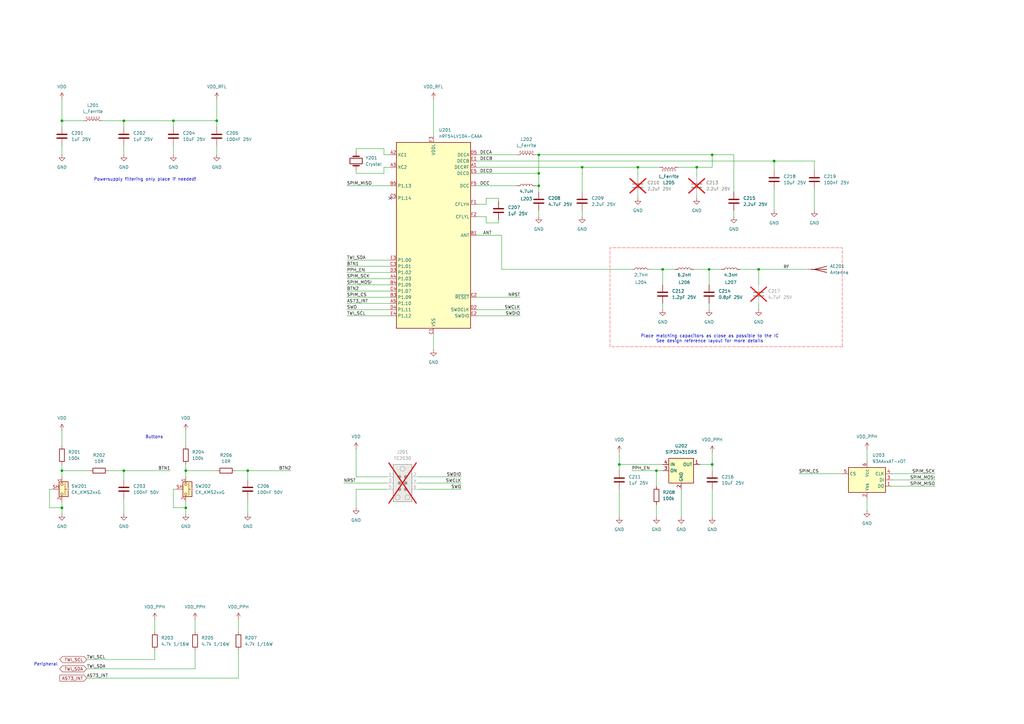
<source format=kicad_sch>
(kicad_sch (version 20250114) (generator "eeschema") (generator_version "9.0")
  (paper "A3")
  (title_block (title "Microcontroller") (date "2025-12-28") (rev "a") (company "Perillion Labs"))
  (lib_symbols
    (symbol "Connector:TC2030" (in_bom no)
      (property "Reference" "J" (at 1.27 8.89 0))
      (property "Value" "TC2030" (at 1.27 -8.89 0))
      (symbol "TC2030_1_1"
        (rectangle (start -2.54 7.62) (end 5.08 -7.62) (stroke (width 0.254)) (fill (type background)))
        (circle (center -0.762 -5.842) (radius 1.016))
        (circle (center 0 2.54) (radius 0.635) (fill (type outline)))
        (circle (center 0 0) (radius 0.635) (fill (type outline)))
        (circle (center 0 -2.54) (radius 0.635) (fill (type outline)))
        (circle (center 1.27 5.842) (radius 1.016))
        (circle (center 2.54 2.54) (radius 0.635) (fill (type outline)))
        (circle (center 2.54 0) (radius 0.635) (fill (type outline)))
        (circle (center 2.54 -2.54) (radius 0.635) (fill (type outline)))
        (circle (center 3.302 -5.842) (radius 1.016))
        (pin passive line (at -5.08 2.54 0) (length 2.54) (name "~") (number "1"))
        (pin passive line (at -5.08 0 0) (length 2.54) (name "~") (number "3"))
        (pin passive line (at -5.08 -2.54 0) (length 2.54) (name "~") (number "5"))
        (pin passive line (at 7.62 2.54 180) (length 2.54) (name "~") (number "2"))
        (pin passive line (at 7.62 0 180) (length 2.54) (name "~") (number "4"))
        (pin passive line (at 7.62 -2.54 180) (length 2.54) (name "~") (number "6"))
      )
    )
    (symbol "Device:Antenna" (pin_numbers (hide yes)) (pin_names (offset 1.016) (hide yes))
      (property "Reference" "AE" (at -1.905 1.905 0))
      (property "Value" "Antenna" (at -1.905 0 0))
      (symbol "Antenna_0_1"
        (polyline (pts (xy 0 2.54) (xy 0 -3.81)) (stroke (width 0.254)))
        (polyline (pts (xy 1.27 2.54) (xy 0 -2.54) (xy -1.27 2.54)) (stroke (width 0.254)))
      )
      (symbol "Antenna_1_1"
        (pin input line (at 0 -5.08 90) (length 2.54) (name "A") (number "1"))
      )
    )
    (symbol "Device:C" (pin_numbers (hide yes)) (pin_names (offset 0.254))
      (property "Reference" "C" (at 0.635 2.54 0))
      (property "Value" "C" (at 0.635 -2.54 0))
      (symbol "C_0_1"
        (polyline (pts (xy -2.032 0.762) (xy 2.032 0.762)) (stroke (width 0.508)))
        (polyline (pts (xy -2.032 -0.762) (xy 2.032 -0.762)) (stroke (width 0.508)))
      )
      (symbol "C_1_1"
        (pin passive line (at 0 3.81 270) (length 2.794) (name "~") (number "1"))
        (pin passive line (at 0 -3.81 90) (length 2.794) (name "~") (number "2"))
      )
    )
    (symbol "Device:Crystal" (pin_numbers (hide yes)) (pin_names (offset 1.016) (hide yes))
      (property "Reference" "Y" (at 0 3.81 0))
      (property "Value" "Crystal" (at 0 -3.81 0))
      (symbol "Crystal_0_1"
        (polyline (pts (xy -2.54 0) (xy -1.905 0)))
        (polyline (pts (xy -1.905 -1.27) (xy -1.905 1.27)) (stroke (width 0.508)))
        (rectangle (start -1.143 2.54) (end 1.143 -2.54) (stroke (width 0.3048)))
        (polyline (pts (xy 1.905 -1.27) (xy 1.905 1.27)) (stroke (width 0.508)))
        (polyline (pts (xy 2.54 0) (xy 1.905 0)))
      )
      (symbol "Crystal_1_1"
        (pin passive line (at -3.81 0 0) (length 1.27) (name "1") (number "1"))
        (pin passive line (at 3.81 0 180) (length 1.27) (name "2") (number "2"))
      )
    )
    (symbol "Device:L" (pin_numbers (hide yes)) (pin_names (offset 1.016) (hide yes))
      (property "Reference" "L" (at -1.27 0 90))
      (property "Value" "L" (at 1.905 0 90))
      (symbol "L_0_1"
        (arc (start 0 2.54) (mid 0.6323 1.905) (end 0 1.27))
        (arc (start 0 1.27) (mid 0.6323 0.635) (end 0 0))
        (arc (start 0 0) (mid 0.6323 -0.635) (end 0 -1.27))
        (arc (start 0 -1.27) (mid 0.6323 -1.905) (end 0 -2.54))
      )
      (symbol "L_1_1"
        (pin passive line (at 0 3.81 270) (length 1.27) (name "1") (number "1"))
        (pin passive line (at 0 -3.81 90) (length 1.27) (name "2") (number "2"))
      )
    )
    (symbol "Device:L_Ferrite" (pin_numbers (hide yes)) (pin_names (offset 1.016) (hide yes))
      (property "Reference" "L" (at -1.27 0 90))
      (property "Value" "L_Ferrite" (at 2.794 0 90))
      (symbol "L_Ferrite_0_1"
        (arc (start 0 2.54) (mid 0.6323 1.905) (end 0 1.27))
        (arc (start 0 1.27) (mid 0.6323 0.635) (end 0 0))
        (arc (start 0 0) (mid 0.6323 -0.635) (end 0 -1.27))
        (arc (start 0 -1.27) (mid 0.6323 -1.905) (end 0 -2.54))
        (polyline (pts (xy 1.016 2.286) (xy 1.016 2.794)))
        (polyline (pts (xy 1.016 1.27) (xy 1.016 1.778)))
        (polyline (pts (xy 1.016 0.254) (xy 1.016 0.762)))
        (polyline (pts (xy 1.016 -0.762) (xy 1.016 -0.254)))
        (polyline (pts (xy 1.016 -1.778) (xy 1.016 -1.27)))
        (polyline (pts (xy 1.016 -2.794) (xy 1.016 -2.286)))
        (polyline (pts (xy 1.524 2.794) (xy 1.524 2.286)))
        (polyline (pts (xy 1.524 1.778) (xy 1.524 1.27)))
        (polyline (pts (xy 1.524 0.762) (xy 1.524 0.254)))
        (polyline (pts (xy 1.524 -0.254) (xy 1.524 -0.762)))
        (polyline (pts (xy 1.524 -1.27) (xy 1.524 -1.778)))
        (polyline (pts (xy 1.524 -2.286) (xy 1.524 -2.794)))
      )
      (symbol "L_Ferrite_1_1"
        (pin passive line (at 0 3.81 270) (length 1.27) (name "1") (number "1"))
        (pin passive line (at 0 -3.81 90) (length 1.27) (name "2") (number "2"))
      )
    )
    (symbol "Device:R" (pin_numbers (hide yes)) (pin_names (offset 0))
      (property "Reference" "R" (at 2.032 0 90))
      (property "Value" "R" (at 0 0 90))
      (symbol "R_0_1"
        (rectangle (start -1.016 -2.54) (end 1.016 2.54) (stroke (width 0.254)))
      )
      (symbol "R_1_1"
        (pin passive line (at 0 3.81 270) (length 1.27) (name "~") (number "1"))
        (pin passive line (at 0 -3.81 90) (length 1.27) (name "~") (number "2"))
      )
    )
    (symbol "Memory_EEPROM:93AAxxAT-xOT"
      (property "Reference" "U" (at -7.62 6.35 0))
      (property "Value" "93AAxxAT-xOT" (at 1.27 6.35 0))
      (symbol "93AAxxAT-xOT_1_1"
        (rectangle (start -7.62 5.08) (end 7.62 -5.08) (stroke (width 0.254)) (fill (type background)))
        (pin input line (at -10.16 2.54 0) (length 2.54) (name "CS") (number "5"))
        (pin power_in line (at 0 7.62 270) (length 2.54) (name "Vcc") (number "6"))
        (pin power_in line (at 0 -7.62 90) (length 2.54) (name "Vss") (number "2"))
        (pin input line (at 10.16 2.54 180) (length 2.54) (name "CLK") (number "4"))
        (pin input line (at 10.16 0 180) (length 2.54) (name "DI") (number "3"))
        (pin tri_state line (at 10.16 -2.54 180) (length 2.54) (name "DO") (number "1"))
      )
    )
    (symbol "PCM_nordic-lib-kicad-nrf54l:nRF54LV10A-CAAA"
      (property "Reference" "U" (at 0 0 0))
      (property "Value" "nRF54LV10A-CAAA" (at 0 -2.54 0))
      (symbol "nRF54LV10A-CAAA_1_0"
        (rectangle (start -15.24 38.1) (end 15.24 -38.1) (stroke (width 0.254)) (fill (type background)))
        (pin bidirectional line (at -17.78 33.02 0) (length 2.54) (name "XC1") (number "A2"))
        (pin bidirectional line (at -17.78 27.94 0) (length 2.54) (name "XC2") (number "A3"))
        (pin bidirectional line (at -17.78 20.32 0) (length 2.54) (name "P1.13") (number "B5"))
        (pin bidirectional line (at -17.78 15.24 0) (length 2.54) (name "P1.14") (number "C5"))
        (pin bidirectional line (at -17.78 -10.16 0) (length 2.54) (name "P1.00") (number "E3"))
        (pin bidirectional line (at -17.78 -12.7 0) (length 2.54) (name "P1.01") (number "C3"))
        (pin bidirectional line (at -17.78 -15.24 0) (length 2.54) (name "P1.02") (number "D3"))
        (pin bidirectional line (at -17.78 -17.78 0) (length 2.54) (name "P1.03") (number "A4"))
        (pin bidirectional line (at -17.78 -20.32 0) (length 2.54) (name "P1.05") (number "B4"))
        (pin bidirectional line (at -17.78 -22.86 0) (length 2.54) (name "P1.07") (number "C4"))
        (pin bidirectional line (at -17.78 -25.4 0) (length 2.54) (name "P1.09") (number "B3"))
        (pin bidirectional line (at -17.78 -27.94 0) (length 2.54) (name "P1.10") (number "A5"))
        (pin bidirectional line (at -17.78 -30.48 0) (length 2.54) (name "P1.11") (number "D4"))
        (pin bidirectional line (at -17.78 -33.02 0) (length 2.54) (name "P1.12") (number "E4"))
        (pin power_in line (at 0 40.64 270) (length 2.54) (name "VDDL") (number "F3"))
        (pin power_in line (at 0 -40.64 90) (length 2.54) (name "VSS") (number "C1"))
        (pin passive line (at 0 -40.64 90) (length 2.54) (hide yes) (name "VSS") (number "D1"))
        (pin passive line (at 0 -40.64 90) (length 2.54) (hide yes) (name "VSS") (number "F4"))
        (pin passive line (at 17.78 33.02 180) (length 2.54) (name "DECA") (number "D5"))
        (pin passive line (at 17.78 30.48 180) (length 2.54) (name "DECB") (number "E1"))
        (pin passive line (at 17.78 27.94 180) (length 2.54) (name "DECRF") (number "A1"))
        (pin passive line (at 17.78 25.4 180) (length 2.54) (name "DECD") (number "E5"))
        (pin power_out line (at 17.78 20.32 180) (length 2.54) (name "DCC") (number "F5"))
        (pin passive line (at 17.78 12.7 180) (length 2.54) (name "CFLYH") (number "F1"))
        (pin passive line (at 17.78 7.62 180) (length 2.54) (name "CFLYL") (number "F2"))
        (pin bidirectional line (at 17.78 0 180) (length 2.54) (name "ANT") (number "B1"))
        (pin input line (at 17.78 -25.4 180) (length 2.54) (name "~{RESET}") (number "C2"))
        (pin input line (at 17.78 -30.48 180) (length 2.54) (name "SWDCLK") (number "D2"))
        (pin bidirectional line (at 17.78 -33.02 180) (length 2.54) (name "SWDIO") (number "E2"))
      )
    )
    (symbol "Power_Management:SiP32431DR3"
      (property "Reference" "U" (at 0 8.89 0))
      (property "Value" "SiP32431DR3" (at 0 6.35 0))
      (symbol "SiP32431DR3_0_1"
        (rectangle (start -5.08 5.08) (end 5.08 -5.08) (stroke (width 0.254)) (fill (type background)))
      )
      (symbol "SiP32431DR3_1_1"
        (pin passive line (at -7.62 2.54 0) (length 2.54) (name "IN") (number "4"))
        (pin input line (at -7.62 0 0) (length 2.54) (name "ON") (number "3"))
        (pin power_in line (at 0 -7.62 90) (length 2.54) (name "GND") (number "2"))
        (pin passive line (at 0 -7.62 90) (length 2.54) (hide yes) (name "GND") (number "5"))
        (pin no_connect line (at 5.08 0 180) (length 2.54) (hide yes) (name "NC") (number "6"))
        (pin passive line (at 7.62 2.54 180) (length 2.54) (name "OUT") (number "1"))
      )
    )
    (symbol "Switch:CK_KMS2xxG" (pin_names (offset 1.016) (hide yes))
      (property "Reference" "SW" (at 4.318 2.032 0))
      (property "Value" "CK_KMS2xxG" (at 0 4.572 0))
      (symbol "CK_KMS2xxG_0_1"
        (circle (center -2.032 0) (radius 0.508))
        (polyline (pts (xy 0 1.27) (xy 0 3.048)))
        (polyline (pts (xy 0.508 2.54) (xy 3.048 2.54) (xy 3.048 -1.143) (xy -3.048 -1.143) (xy -3.048 2.54) (xy -0.508 2.54)) (stroke (width -0.0254)))
        (polyline (pts (xy 0.508 2.54) (xy 3.048 2.54) (xy 3.048 -1.143) (xy -3.048 -1.143) (xy -3.048 2.54) (xy -0.508 2.54)) (stroke (width 0.254)))
        (circle (center 2.032 0) (radius 0.508))
        (polyline (pts (xy 2.54 1.27) (xy -2.54 1.27)))
        (pin passive line (at -5.08 0 0) (length 2.54) (name "1") (number "1"))
        (pin passive line (at 5.08 0 180) (length 2.54) (name "2") (number "2"))
      )
      (symbol "CK_KMS2xxG_1_1"
        (rectangle (start -3.048 2.54) (end 3.048 -1.27) (stroke (width -0.0254)) (fill (type background)))
        (pin passive line (at 0 -3.81 90) (length 2.54) (name "B") (number "SH"))
      )
    )
    (symbol "power:GND" (power) (pin_numbers (hide yes)) (pin_names (offset 0) (hide yes))
      (property "Value" "GND" (at 0 -3.81 0))
      (symbol "GND_0_1"
        (polyline (pts (xy 0 0) (xy 0 -1.27) (xy 1.27 -1.27) (xy 0 -2.54) (xy -1.27 -1.27) (xy 0 -1.27)))
      )
      (symbol "GND_1_1"
        (pin power_in line (at 0 0 270) (length 0) (name "~") (number "1"))
      )
    )
    (symbol "power:VDD" (power) (pin_numbers (hide yes)) (pin_names (offset 0) (hide yes))
      (property "Value" "VDD" (at 0 3.556 0))
      (symbol "VDD_0_1"
        (polyline (pts (xy -0.762 1.27) (xy 0 2.54)))
        (polyline (pts (xy 0 2.54) (xy 0.762 1.27)))
        (polyline (pts (xy 0 0) (xy 0 2.54)))
      )
      (symbol "VDD_1_1"
        (pin power_in line (at 0 0 90) (length 0) (name "~") (number "1"))
      )
    )
  )
  (text "Place matching capacitors as close as possible to the IC\nSee design reference layout for more details" (at 291.084 138.938 0) (effects (font (size 1.27 1.27))))
  (text "Powersupply filtering only place if needed!" (at 59.436 73.66 0) (effects (font (size 1.27 1.27))))
  (text "Peripheral" (at 18.796 272.542 0) (effects (font (size 1.27 1.27))))
  (text "Buttons" (at 63.246 179.324 0) (effects (font (size 1.27 1.27))))
  (junction (at 261.62 68.58))
  (junction (at 220.98 71.12))
  (junction (at 290.83 110.49))
  (junction (at 25.4 208.28))
  (junction (at 317.5 66.04))
  (junction (at 50.8 49.53))
  (junction (at 25.4 193.04))
  (junction (at 220.98 63.5))
  (junction (at 71.12 49.53))
  (junction (at 220.98 76.2))
  (junction (at 101.6 193.04))
  (junction (at 238.76 68.58))
  (junction (at 269.24 193.04))
  (junction (at 254 190.5))
  (junction (at 76.2 193.04))
  (junction (at 88.9 49.53))
  (junction (at 292.1 63.5))
  (junction (at 311.15 110.49))
  (junction (at 50.8 193.04))
  (junction (at 76.2 208.28))
  (junction (at 25.4 49.53))
  (junction (at 285.75 68.58))
  (junction (at 292.1 190.5))
  (junction (at 271.78 110.49))
  (no_connect (at 160.02 81.28))
  (wire (pts (xy 97.79 254) (xy 97.79 259.08)))
  (wire (pts (xy 157.48 68.58) (xy 157.48 71.12)))
  (wire (pts (xy 311.15 110.49) (xy 303.53 110.49)))
  (wire (pts (xy 76.2 205.74) (xy 76.2 208.28)))
  (wire (pts (xy 238.76 68.58) (xy 261.62 68.58)))
  (wire (pts (xy 292.1 185.42) (xy 292.1 190.5)))
  (wire (pts (xy 142.24 127) (xy 160.02 127)))
  (wire (pts (xy 44.45 193.04) (xy 50.8 193.04)))
  (wire (pts (xy 199.39 88.9) (xy 199.39 91.44)))
  (wire (pts (xy 157.48 63.5) (xy 157.48 60.96)))
  (wire (pts (xy 63.5 266.7) (xy 63.5 270.51)))
  (wire (pts (xy 97.79 266.7) (xy 97.79 278.13)))
  (wire (pts (xy 285.75 68.58) (xy 285.75 72.39)))
  (wire (pts (xy 142.24 76.2) (xy 160.02 76.2)))
  (wire (pts (xy 88.9 59.69) (xy 88.9 63.5)))
  (wire (pts (xy 71.12 49.53) (xy 88.9 49.53)))
  (wire (pts (xy 204.47 81.28) (xy 204.47 82.55)))
  (wire (pts (xy 327.66 194.31) (xy 345.44 194.31)))
  (wire (pts (xy 50.8 59.69) (xy 50.8 63.5)))
  (wire (pts (xy 71.12 200.66) (xy 71.12 208.28)))
  (wire (pts (xy 238.76 78.74) (xy 238.76 68.58)))
  (wire (pts (xy 195.58 129.54) (xy 213.36 129.54)))
  (wire (pts (xy 259.08 193.04) (xy 269.24 193.04)))
  (wire (pts (xy 142.24 129.54) (xy 160.02 129.54)))
  (wire (pts (xy 199.39 81.28) (xy 204.47 81.28)))
  (wire (pts (xy 195.58 71.12) (xy 220.98 71.12)))
  (wire (pts (xy 71.12 52.07) (xy 71.12 49.53)))
  (wire (pts (xy 50.8 193.04) (xy 69.85 193.04)))
  (wire (pts (xy 269.24 207.01) (xy 269.24 212.09)))
  (wire (pts (xy 292.1 68.58) (xy 292.1 63.5)))
  (wire (pts (xy 88.9 52.07) (xy 88.9 49.53)))
  (wire (pts (xy 271.78 110.49) (xy 271.78 116.84)))
  (wire (pts (xy 220.98 76.2) (xy 220.98 78.74)))
  (wire (pts (xy 300.99 63.5) (xy 292.1 63.5)))
  (wire (pts (xy 177.8 40.64) (xy 177.8 55.88)))
  (wire (pts (xy 290.83 110.49) (xy 290.83 116.84)))
  (wire (pts (xy 25.4 205.74) (xy 25.4 208.28)))
  (wire (pts (xy 300.99 86.36) (xy 300.99 88.9)))
  (wire (pts (xy 292.1 190.5) (xy 292.1 193.04)))
  (wire (pts (xy 25.4 190.5) (xy 25.4 193.04)))
  (wire (pts (xy 160.02 68.58) (xy 157.48 68.58)))
  (wire (pts (xy 76.2 176.53) (xy 76.2 182.88)))
  (wire (pts (xy 220.98 63.5) (xy 220.98 71.12)))
  (wire (pts (xy 160.02 63.5) (xy 157.48 63.5)))
  (wire (pts (xy 25.4 176.53) (xy 25.4 182.88)))
  (wire (pts (xy 266.7 110.49) (xy 271.78 110.49)))
  (wire (pts (xy 80.01 266.7) (xy 80.01 274.32)))
  (wire (pts (xy 20.32 208.28) (xy 25.4 208.28)))
  (wire (pts (xy 157.48 60.96) (xy 146.05 60.96)))
  (wire (pts (xy 219.71 63.5) (xy 220.98 63.5)))
  (wire (pts (xy 195.58 88.9) (xy 199.39 88.9)))
  (wire (pts (xy 317.5 66.04) (xy 317.5 69.85)))
  (wire (pts (xy 365.76 196.85) (xy 383.54 196.85)))
  (wire (pts (xy 365.76 194.31) (xy 383.54 194.31)))
  (wire (pts (xy 292.1 200.66) (xy 292.1 212.09)))
  (wire (pts (xy 205.74 110.49) (xy 259.08 110.49)))
  (wire (pts (xy 334.01 69.85) (xy 334.01 66.04)))
  (wire (pts (xy 205.74 96.52) (xy 205.74 110.49)))
  (wire (pts (xy 365.76 199.39) (xy 383.54 199.39)))
  (wire (pts (xy 71.12 208.28) (xy 76.2 208.28)))
  (wire (pts (xy 284.48 110.49) (xy 290.83 110.49)))
  (wire (pts (xy 355.6 184.15) (xy 355.6 189.23)))
  (wire (pts (xy 195.58 121.92) (xy 213.36 121.92)))
  (wire (pts (xy 157.48 71.12) (xy 146.05 71.12)))
  (wire (pts (xy 261.62 80.01) (xy 261.62 81.28)))
  (wire (pts (xy 311.15 110.49) (xy 331.47 110.49)))
  (wire (pts (xy 142.24 109.22) (xy 160.02 109.22)))
  (wire (pts (xy 146.05 60.96) (xy 146.05 62.23)))
  (wire (pts (xy 195.58 127) (xy 213.36 127)))
  (wire (pts (xy 142.24 116.84) (xy 160.02 116.84)))
  (wire (pts (xy 290.83 110.49) (xy 295.91 110.49)))
  (wire (pts (xy 199.39 91.44) (xy 204.47 91.44)))
  (wire (pts (xy 171.45 200.66) (xy 189.23 200.66)))
  (wire (pts (xy 25.4 193.04) (xy 25.4 195.58)))
  (wire (pts (xy 220.98 71.12) (xy 220.98 76.2)))
  (wire (pts (xy 290.83 127) (xy 290.83 124.46)))
  (wire (pts (xy 50.8 49.53) (xy 71.12 49.53)))
  (wire (pts (xy 238.76 68.58) (xy 195.58 68.58)))
  (wire (pts (xy 25.4 40.64) (xy 25.4 49.53)))
  (wire (pts (xy 195.58 66.04) (xy 317.5 66.04)))
  (wire (pts (xy 285.75 81.28) (xy 285.75 80.01)))
  (wire (pts (xy 311.15 116.84) (xy 311.15 110.49)))
  (wire (pts (xy 76.2 193.04) (xy 76.2 195.58)))
  (wire (pts (xy 101.6 193.04) (xy 119.38 193.04)))
  (wire (pts (xy 317.5 77.47) (xy 317.5 86.36)))
  (wire (pts (xy 76.2 190.5) (xy 76.2 193.04)))
  (wire (pts (xy 101.6 193.04) (xy 101.6 196.85)))
  (wire (pts (xy 195.58 96.52) (xy 205.74 96.52)))
  (wire (pts (xy 146.05 195.58) (xy 146.05 184.15)))
  (wire (pts (xy 71.12 59.69) (xy 71.12 63.5)))
  (wire (pts (xy 96.52 193.04) (xy 101.6 193.04)))
  (wire (pts (xy 35.56 278.13) (xy 97.79 278.13)))
  (wire (pts (xy 287.02 190.5) (xy 292.1 190.5)))
  (wire (pts (xy 25.4 193.04) (xy 36.83 193.04)))
  (wire (pts (xy 146.05 208.28) (xy 146.05 200.66)))
  (wire (pts (xy 261.62 68.58) (xy 270.51 68.58)))
  (wire (pts (xy 146.05 200.66) (xy 158.75 200.66)))
  (wire (pts (xy 50.8 52.07) (xy 50.8 49.53)))
  (wire (pts (xy 158.75 195.58) (xy 146.05 195.58)))
  (wire (pts (xy 199.39 83.82) (xy 199.39 81.28)))
  (wire (pts (xy 220.98 88.9) (xy 220.98 86.36)))
  (wire (pts (xy 254 190.5) (xy 271.78 190.5)))
  (wire (pts (xy 146.05 71.12) (xy 146.05 69.85)))
  (wire (pts (xy 271.78 110.49) (xy 276.86 110.49)))
  (wire (pts (xy 76.2 208.28) (xy 76.2 210.82)))
  (wire (pts (xy 271.78 127) (xy 271.78 124.46)))
  (wire (pts (xy 278.13 68.58) (xy 285.75 68.58)))
  (wire (pts (xy 269.24 193.04) (xy 271.78 193.04)))
  (wire (pts (xy 140.97 198.12) (xy 158.75 198.12)))
  (wire (pts (xy 142.24 124.46) (xy 160.02 124.46)))
  (wire (pts (xy 269.24 193.04) (xy 269.24 199.39)))
  (wire (pts (xy 219.71 76.2) (xy 220.98 76.2)))
  (wire (pts (xy 171.45 195.58) (xy 189.23 195.58)))
  (wire (pts (xy 254 185.42) (xy 254 190.5)))
  (wire (pts (xy 355.6 209.55) (xy 355.6 204.47)))
  (wire (pts (xy 20.32 200.66) (xy 20.32 208.28)))
  (wire (pts (xy 311.15 127) (xy 311.15 124.46)))
  (wire (pts (xy 76.2 193.04) (xy 88.9 193.04)))
  (wire (pts (xy 25.4 49.53) (xy 25.4 52.07)))
  (wire (pts (xy 50.8 193.04) (xy 50.8 196.85)))
  (wire (pts (xy 177.8 143.51) (xy 177.8 137.16)))
  (wire (pts (xy 21.59 200.66) (xy 20.32 200.66)))
  (wire (pts (xy 261.62 68.58) (xy 261.62 72.39)))
  (wire (pts (xy 142.24 106.68) (xy 160.02 106.68)))
  (wire (pts (xy 25.4 208.28) (xy 25.4 210.82)))
  (wire (pts (xy 142.24 121.92) (xy 160.02 121.92)))
  (wire (pts (xy 142.24 119.38) (xy 160.02 119.38)))
  (wire (pts (xy 34.29 49.53) (xy 25.4 49.53)))
  (wire (pts (xy 35.56 274.32) (xy 80.01 274.32)))
  (wire (pts (xy 238.76 86.36) (xy 238.76 88.9)))
  (wire (pts (xy 195.58 83.82) (xy 199.39 83.82)))
  (wire (pts (xy 254 193.04) (xy 254 190.5)))
  (wire (pts (xy 25.4 59.69) (xy 25.4 63.5)))
  (wire (pts (xy 171.45 198.12) (xy 189.23 198.12)))
  (wire (pts (xy 334.01 66.04) (xy 317.5 66.04)))
  (wire (pts (xy 195.58 76.2) (xy 212.09 76.2)))
  (wire (pts (xy 35.56 270.51) (xy 63.5 270.51)))
  (wire (pts (xy 80.01 254) (xy 80.01 259.08)))
  (wire (pts (xy 279.4 200.66) (xy 279.4 212.09)))
  (wire (pts (xy 50.8 204.47) (xy 50.8 210.82)))
  (wire (pts (xy 72.39 200.66) (xy 71.12 200.66)))
  (wire (pts (xy 204.47 90.17) (xy 204.47 91.44)))
  (wire (pts (xy 142.24 111.76) (xy 160.02 111.76)))
  (wire (pts (xy 101.6 204.47) (xy 101.6 210.82)))
  (wire (pts (xy 88.9 40.64) (xy 88.9 49.53)))
  (wire (pts (xy 50.8 49.53) (xy 41.91 49.53)))
  (wire (pts (xy 142.24 114.3) (xy 160.02 114.3)))
  (wire (pts (xy 195.58 63.5) (xy 212.09 63.5)))
  (wire (pts (xy 300.99 78.74) (xy 300.99 63.5)))
  (wire (pts (xy 334.01 77.47) (xy 334.01 86.36)))
  (wire (pts (xy 63.5 254) (xy 63.5 259.08)))
  (wire (pts (xy 254 200.66) (xy 254 212.09)))
  (wire (pts (xy 220.98 63.5) (xy 292.1 63.5)))
  (wire (pts (xy 285.75 68.58) (xy 292.1 68.58)))
  (label "SWDIO" (at 213.36 129.54 180))
  (label "PPH_EN" (at 259.08 193.04 0))
  (label "SWCLK" (at 189.23 198.12 180))
  (label "NRST" (at 140.97 198.12 0))
  (label "BTN2" (at 142.24 119.38 0))
  (label "AS73_INT" (at 142.24 124.46 0))
  (label "BTN1" (at 69.85 193.04 180))
  (label "SPIM_SCK" (at 142.24 114.3 0))
  (label "DCC" (at 196.85 76.2 0))
  (label "PPH_EN" (at 142.24 111.76 0))
  (label "SWCLK" (at 213.36 127 180))
  (label "TWI_SCL" (at 35.56 270.51 0))
  (label "BTN1" (at 142.24 109.22 0))
  (label "TWI_SDA" (at 142.24 106.68 0))
  (label "SPIM_CS" (at 142.24 121.92 0))
  (label "SWO" (at 189.23 200.66 180))
  (label "SPIM_CS" (at 327.66 194.31 0))
  (label "DECB" (at 196.85 66.04 0))
  (label "TWI_SCL" (at 142.24 129.54 0))
  (label "DECD" (at 196.85 71.12 0))
  (label "SWDIO" (at 189.23 195.58 180))
  (label "DECA" (at 196.85 63.5 0))
  (label "SPIM_MOSI" (at 142.24 116.84 0))
  (label "BTN2" (at 119.38 193.04 180))
  (label "NRST" (at 213.36 121.92 180))
  (label "SPIM_MOSI" (at 383.54 196.85 180))
  (label "SWO" (at 142.24 127 0))
  (label "ANT" (at 198.12 96.52 0))
  (label "SPIM_SCK" (at 383.54 194.31 180))
  (label "SPIM_MISO" (at 383.54 199.39 180))
  (label "RF" (at 321.31 110.49 0))
  (label "SPIM_MISO" (at 142.24 76.2 0))
  (label "AS73_INT" (at 35.56 278.13 0))
  (label "TWI_SDA" (at 35.56 274.32 0))
  (global_label "TWI_SCL" (shape bidirectional) (at 35.56 270.51 180) (property "Intersheetrefs" "${INTERSHEET_REFS}" (effects (hide yes))))
  (global_label "TWI_SDA" (shape bidirectional) (at 35.56 274.32 180) (property "Intersheetrefs" "${INTERSHEET_REFS}" (effects (hide yes))))
  (global_label "AS73_INT" (shape input) (at 35.56 278.13 180) (property "Intersheetrefs" "${INTERSHEET_REFS}" (effects (hide yes))))
  (rule_area (polyline (pts (xy 345.44 142.24) (xy 345.44 101.6) (xy 250.19 101.6) (xy 250.19 142.24)) (stroke (width 0.127) (type dash))))
  (symbol (lib_id "power:GND") (at 177.8 143.51 0) (unit 1)
    (property "Reference" "#PWR0219" (effects (hide yes)))
    (property "Value" "GND" (at 177.8 148.59 0))
    (property "Description" "Power symbol creates a global label with name \"GND\" , ground" (effects (hide yes)))
  )
  (symbol (lib_id "Device:C") (at 317.5 73.66 0) (unit 1)
    (property "Reference" "C218" (at 321.31 72.3899 0) (effects (justify left)))
    (property "Value" "10uF 25V" (at 321.31 74.9299 0) (effects (justify left)))
    (property "Footprint" "Capacitor_SMD:C_0603_1608Metric" (effects (hide yes)))
    (property "Description" "Unpolarized capacitor" (effects (hide yes)))
  )
  (symbol (lib_id "Device:L") (at 280.67 110.49 90) (unit 1)
    (property "Reference" "L206" (at 280.67 115.824 90))
    (property "Value" "6.2nH" (at 280.67 112.776 90))
    (property "Footprint" "Inductor_SMD:L_0402_1005Metric" (effects (hide yes)))
    (property "Description" "Inductor" (effects (hide yes)))
  )
  (symbol (lib_id "power:GND") (at 76.2 210.82 0) (unit 1)
    (property "Reference" "#PWR0210" (effects (hide yes)))
    (property "Value" "GND" (at 76.2 215.9 0))
    (property "Description" "Power symbol creates a global label with name \"GND\" , ground" (effects (hide yes)))
  )
  (symbol (lib_id "Connector:TC2030") (at 163.83 198.12 0) (unit 1) (in_bom no) (dnp yes)
    (property "Reference" "J201" (at 165.1 185.42 0))
    (property "Value" "TC2030" (at 165.1 187.96 0))
    (property "Footprint" "Connector:Tag-Connect_TC2030-IDC-NL_2x03_P1.27mm_Vertical" (effects (hide yes)))
    (property "Datasheet" "https://www.tag-connect.com/wp-content/uploads/bsk-pdf-manager/2019/12/TC2030-IDC-NL-Datasheet-Rev-B.pdf" (effects (hide yes)))
    (property "Description" "Tag-Connect’s 6-pins connector" (effects (hide yes)))
  )
  (symbol (lib_id "Device:Antenna") (at 336.55 110.49 270) (unit 1)
    (property "Reference" "AE201" (at 340.36 109.2199 90) (effects (justify left)))
    (property "Value" "Antenna" (at 340.36 111.7599 90) (effects (justify left)))
    (property "Footprint" "RF_Antenna:Texas_SWRA117D_2.4GHz_Left" (effects (hide yes)))
    (property "Description" "Antenna" (effects (hide yes)))
  )
  (symbol (lib_id "Device:C") (at 271.78 120.65 0) (unit 1)
    (property "Reference" "C212" (at 275.59 119.3799 0) (effects (justify left)))
    (property "Value" "1.2pF 25V" (at 275.59 121.9199 0) (effects (justify left)))
    (property "Footprint" "Capacitor_SMD:C_0402_1005Metric" (effects (hide yes)))
    (property "Description" "Unpolarized capacitor" (effects (hide yes)))
  )
  (symbol (lib_id "Device:C") (at 292.1 196.85 0) (unit 1)
    (property "Reference" "C216" (at 295.91 195.5799 0) (effects (justify left)))
    (property "Value" "10uF 25V" (at 295.91 198.1199 0) (effects (justify left)))
    (property "Footprint" "Capacitor_SMD:C_0603_1608Metric" (effects (hide yes)))
    (property "Description" "Unpolarized capacitor" (effects (hide yes)))
  )
  (symbol (lib_id "Device:C") (at 25.4 55.88 0) (unit 1)
    (property "Reference" "C201" (at 29.21 54.6099 0) (effects (justify left)))
    (property "Value" "1uF 25V" (at 29.21 57.1499 0) (effects (justify left)))
    (property "Footprint" "Capacitor_SMD:C_0603_1608Metric" (effects (hide yes)))
    (property "Description" "Unpolarized capacitor" (effects (hide yes)))
  )
  (symbol (lib_id "power:VDD") (at 292.1 185.42 0) (unit 1)
    (property "Reference" "#PWR0231" (effects (hide yes)))
    (property "Value" "VDD_PPH" (at 292.1 180.34 0))
    (property "Description" "Power symbol creates a global label with name \"VDD\"" (effects (hide yes)))
  )
  (symbol (lib_id "Device:R") (at 92.71 193.04 90) (unit 1)
    (property "Reference" "R206" (at 92.71 186.69 90))
    (property "Value" "10R" (at 92.71 189.23 90))
    (property "Footprint" "Resistor_SMD:R_01005_0402Metric" (effects (hide yes)))
    (property "Description" "Resistor" (effects (hide yes)))
  )
  (symbol (lib_id "power:VDD") (at 146.05 184.15 0) (unit 1)
    (property "Reference" "#PWR0216" (effects (hide yes)))
    (property "Value" "VDD" (at 146.05 179.07 0))
    (property "Description" "Power symbol creates a global label with name \"VDD\"" (effects (hide yes)))
  )
  (symbol (lib_id "Device:C") (at 334.01 73.66 0) (unit 1)
    (property "Reference" "C219" (at 337.82 72.3899 0) (effects (justify left)))
    (property "Value" "100nF 25V" (at 337.82 74.9299 0) (effects (justify left)))
    (property "Footprint" "Capacitor_SMD:C_0402_1005Metric" (effects (hide yes)))
    (property "Description" "Unpolarized capacitor" (effects (hide yes)))
  )
  (symbol (lib_id "power:GND") (at 25.4 210.82 0) (unit 1)
    (property "Reference" "#PWR0204" (effects (hide yes)))
    (property "Value" "GND" (at 25.4 215.9 0))
    (property "Description" "Power symbol creates a global label with name \"GND\" , ground" (effects (hide yes)))
  )
  (symbol (lib_id "Device:C") (at 220.98 82.55 0) (unit 1)
    (property "Reference" "C208" (at 224.79 81.2799 0) (effects (justify left)))
    (property "Value" "4.7uF 25V" (at 224.79 83.8199 0) (effects (justify left)))
    (property "Footprint" "Capacitor_SMD:C_0603_1608Metric" (effects (hide yes)))
    (property "Description" "Unpolarized capacitor" (effects (hide yes)))
  )
  (symbol (lib_id "Device:C") (at 50.8 200.66 0) (unit 1)
    (property "Reference" "C203" (at 54.61 199.3899 0) (effects (justify left)))
    (property "Value" "100nF 50V" (at 54.61 201.9299 0) (effects (justify left)))
    (property "Footprint" "Capacitor_SMD:C_0402_1005Metric" (effects (hide yes)))
    (property "Description" "Unpolarized capacitor" (effects (hide yes)))
  )
  (symbol (lib_id "power:VDD") (at 76.2 176.53 0) (unit 1)
    (property "Reference" "#PWR0209" (effects (hide yes)))
    (property "Value" "VDD" (at 76.2 171.45 0))
    (property "Description" "Power symbol creates a global label with name \"VDD\"" (effects (hide yes)))
  )
  (symbol (lib_id "power:GND") (at 292.1 212.09 0) (unit 1)
    (property "Reference" "#PWR0232" (effects (hide yes)))
    (property "Value" "GND" (at 292.1 217.17 0))
    (property "Description" "Power symbol creates a global label with name \"GND\" , ground" (effects (hide yes)))
  )
  (symbol (lib_id "Device:C") (at 71.12 55.88 0) (unit 1)
    (property "Reference" "C204" (at 74.93 54.6099 0) (effects (justify left)))
    (property "Value" "10uF 25V" (at 74.93 57.1499 0) (effects (justify left)))
    (property "Footprint" "Capacitor_SMD:C_0603_1608Metric" (effects (hide yes)))
    (property "Description" "Unpolarized capacitor" (effects (hide yes)))
  )
  (symbol (lib_id "power:GND") (at 88.9 63.5 0) (unit 1)
    (property "Reference" "#PWR0213" (effects (hide yes)))
    (property "Value" "GND" (at 88.9 68.58 0))
    (property "Description" "Power symbol creates a global label with name \"GND\" , ground" (effects (hide yes)))
  )
  (symbol (lib_id "power:GND") (at 238.76 88.9 0) (unit 1)
    (property "Reference" "#PWR0221" (effects (hide yes)))
    (property "Value" "GND" (at 238.76 93.98 0))
    (property "Description" "Power symbol creates a global label with name \"GND\" , ground" (effects (hide yes)))
  )
  (symbol (lib_id "power:VDD") (at 80.01 254 0) (unit 1)
    (property "Reference" "#PWR0211" (effects (hide yes)))
    (property "Value" "VDD_PPH" (at 80.01 248.92 0))
    (property "Description" "Power symbol creates a global label with name \"VDD\"" (effects (hide yes)))
  )
  (symbol (lib_id "Device:C") (at 101.6 200.66 0) (unit 1)
    (property "Reference" "C206" (at 105.41 199.3899 0) (effects (justify left)))
    (property "Value" "100nF 50V" (at 105.41 201.9299 0) (effects (justify left)))
    (property "Footprint" "Capacitor_SMD:C_0402_1005Metric" (effects (hide yes)))
    (property "Description" "Unpolarized capacitor" (effects (hide yes)))
  )
  (symbol (lib_id "power:GND") (at 285.75 81.28 0) (unit 1)
    (property "Reference" "#PWR0227" (effects (hide yes)))
    (property "Value" "GND" (at 285.75 86.36 0))
    (property "Description" "Power symbol creates a global label with name \"GND\" , ground" (effects (hide yes)))
  )
  (symbol (lib_id "PCM_nordic-lib-kicad-nrf54l:nRF54LV10A-CAAA") (at 177.8 96.52 0) (unit 1)
    (property "Reference" "U201" (at 179.9433 53.34 0) (effects (justify left)))
    (property "Value" "nRF54LV10A-CAAA" (at 179.9433 55.88 0) (effects (justify left)))
    (property "Footprint" "PCM_nordic-lib-kicad-nrf54l:Nordic_CSP-29_1.9268x2.2893mm_Layout5x6_P0.35mm_Offcenter" (effects (hide yes)))
    (property "Datasheet" "https://docs.nordicsemi.com/bundle/ps_nrf54LV10/page/keyfeatures_html5.html" (effects (hide yes)))
    (property "Description" "nRF54LV Ultra-low power Bluetooth 5.4 SoC, 1.5V-3.6V, CSP29" (effects (hide yes)))
  )
  (symbol (lib_id "Device:C") (at 261.62 76.2 0) (unit 1) (dnp yes)
    (property "Reference" "C210" (at 265.43 74.9299 0) (effects (justify left)))
    (property "Value" "2.2uF 25V" (at 265.43 77.4699 0) (effects (justify left)))
    (property "Footprint" "Capacitor_SMD:C_0402_1005Metric" (effects (hide yes)))
    (property "Description" "Unpolarized capacitor" (effects (hide yes)))
  )
  (symbol (lib_id "Device:R") (at 63.5 262.89 0) (unit 1)
    (property "Reference" "R203" (at 66.04 261.6199 0) (effects (justify left)))
    (property "Value" "4.7k 1/16W" (at 66.04 264.1599 0) (effects (justify left)))
    (property "Footprint" "Resistor_SMD:R_01005_0402Metric" (effects (hide yes)))
    (property "Description" "Resistor" (effects (hide yes)))
  )
  (symbol (lib_id "Device:C") (at 300.99 82.55 0) (unit 1)
    (property "Reference" "C215" (at 304.8 81.2799 0) (effects (justify left)))
    (property "Value" "2.2uF 25V" (at 304.8 83.8199 0) (effects (justify left)))
    (property "Footprint" "Capacitor_SMD:C_0402_1005Metric" (effects (hide yes)))
    (property "Description" "Unpolarized capacitor" (effects (hide yes)))
  )
  (symbol (lib_id "power:GND") (at 50.8 210.82 0) (unit 1)
    (property "Reference" "#PWR0206" (effects (hide yes)))
    (property "Value" "GND" (at 50.8 215.9 0))
    (property "Description" "Power symbol creates a global label with name \"GND\" , ground" (effects (hide yes)))
  )
  (symbol (lib_id "power:GND") (at 71.12 63.5 0) (unit 1)
    (property "Reference" "#PWR0208" (effects (hide yes)))
    (property "Value" "GND" (at 71.12 68.58 0))
    (property "Description" "Power symbol creates a global label with name \"GND\" , ground" (effects (hide yes)))
  )
  (symbol (lib_id "power:GND") (at 254 212.09 0) (unit 1)
    (property "Reference" "#PWR0224" (effects (hide yes)))
    (property "Value" "GND" (at 254 217.17 0))
    (property "Description" "Power symbol creates a global label with name \"GND\" , ground" (effects (hide yes)))
  )
  (symbol (lib_id "power:GND") (at 25.4 63.5 0) (unit 1)
    (property "Reference" "#PWR0202" (effects (hide yes)))
    (property "Value" "GND" (at 25.4 68.58 0))
    (property "Description" "Power symbol creates a global label with name \"GND\" , ground" (effects (hide yes)))
  )
  (symbol (lib_id "Device:R") (at 269.24 203.2 0) (unit 1)
    (property "Reference" "R208" (at 271.78 201.9299 0) (effects (justify left)))
    (property "Value" "100k" (at 271.78 204.4699 0) (effects (justify left)))
    (property "Footprint" "Resistor_SMD:R_01005_0402Metric" (effects (hide yes)))
    (property "Description" "Resistor" (effects (hide yes)))
  )
  (symbol (lib_id "Device:C") (at 311.15 120.65 0) (unit 1) (in_bom no) (dnp yes)
    (property "Reference" "C217" (at 314.96 119.3799 0) (effects (justify left)))
    (property "Value" "4.7uF 25V" (at 314.96 121.9199 0) (effects (justify left)))
    (property "Footprint" "Capacitor_SMD:C_0603_1608Metric" (effects (hide yes)))
    (property "Description" "Unpolarized capacitor" (effects (hide yes)))
  )
  (symbol (lib_id "Device:L_Ferrite") (at 274.32 68.58 90) (mirror x) (unit 1)
    (property "Reference" "L205" (at 274.32 74.93 90))
    (property "Value" "L_Ferrite" (at 274.32 72.39 90))
    (property "Footprint" "Inductor_SMD:L_0402_1005Metric" (effects (hide yes)))
    (property "Description" "Inductor with ferrite core" (effects (hide yes)))
  )
  (symbol (lib_id "Switch:CK_KMS2xxG") (at 25.4 200.66 270) (unit 1)
    (property "Reference" "SW201" (at 29.21 199.3899 90) (effects (justify left)))
    (property "Value" "CK_KMS2xxG" (at 29.21 201.9299 90) (effects (justify left)))
    (property "Footprint" "Button_Switch_SMD:SW_SPST_CK_KMS2xxGP" (effects (hide yes)))
    (property "Datasheet" "https://www.ckswitches.com/media/1482/kms.pdf" (effects (hide yes)))
    (property "Description" "Microminiature SMT Side Actuated, 4.2 x 2.8 x 1.42mm, without pegs, with shield pin" (effects (hide yes)))
  )
  (symbol (lib_id "power:VDD") (at 63.5 254 0) (unit 1)
    (property "Reference" "#PWR0207" (effects (hide yes)))
    (property "Value" "VDD_PPH" (at 63.5 248.92 0))
    (property "Description" "Power symbol creates a global label with name \"VDD\"" (effects (hide yes)))
  )
  (symbol (lib_id "power:GND") (at 317.5 86.36 0) (unit 1)
    (property "Reference" "#PWR0234" (effects (hide yes)))
    (property "Value" "GND" (at 317.5 91.44 0))
    (property "Description" "Power symbol creates a global label with name \"GND\" , ground" (effects (hide yes)))
  )
  (symbol (lib_id "power:GND") (at 220.98 88.9 0) (unit 1)
    (property "Reference" "#PWR0220" (effects (hide yes)))
    (property "Value" "GND" (at 220.98 93.98 0))
    (property "Description" "Power symbol creates a global label with name \"GND\" , ground" (effects (hide yes)))
  )
  (symbol (lib_id "Device:C") (at 238.76 82.55 0) (unit 1)
    (property "Reference" "C209" (at 242.57 81.2799 0) (effects (justify left)))
    (property "Value" "2.2uF 25V" (at 242.57 83.8199 0) (effects (justify left)))
    (property "Footprint" "Capacitor_SMD:C_0402_1005Metric" (effects (hide yes)))
    (property "Description" "Unpolarized capacitor" (effects (hide yes)))
  )
  (symbol (lib_id "Device:Crystal") (at 146.05 66.04 90) (unit 1)
    (property "Reference" "Y201" (at 149.86 64.7699 90) (effects (justify right)))
    (property "Value" "Crystal" (at 149.86 67.3099 90) (effects (justify right)))
    (property "Footprint" "Crystal:Crystal_SMD_0603-2Pin_6.0x3.5mm_HandSoldering" (effects (hide yes)))
    (property "Description" "Two pin crystal" (effects (hide yes)))
  )
  (symbol (lib_id "Device:R") (at 40.64 193.04 90) (unit 1)
    (property "Reference" "R202" (at 40.64 186.69 90))
    (property "Value" "10R" (at 40.64 189.23 90))
    (property "Footprint" "Resistor_SMD:R_01005_0402Metric" (effects (hide yes)))
    (property "Description" "Resistor" (effects (hide yes)))
  )
  (symbol (lib_id "power:VDD") (at 254 185.42 0) (unit 1)
    (property "Reference" "#PWR0223" (effects (hide yes)))
    (property "Value" "VDD" (at 254 180.34 0))
    (property "Description" "Power symbol creates a global label with name \"VDD\"" (effects (hide yes)))
  )
  (symbol (lib_id "Device:C") (at 254 196.85 0) (unit 1)
    (property "Reference" "C211" (at 257.81 195.5799 0) (effects (justify left)))
    (property "Value" "1uF 25V" (at 257.81 198.1199 0) (effects (justify left)))
    (property "Footprint" "Capacitor_SMD:C_0402_1005Metric" (effects (hide yes)))
    (property "Description" "Unpolarized capacitor" (effects (hide yes)))
  )
  (symbol (lib_id "Device:R") (at 97.79 262.89 0) (unit 1)
    (property "Reference" "R207" (at 100.33 261.6199 0) (effects (justify left)))
    (property "Value" "4.7k 1/16W" (at 100.33 264.1599 0) (effects (justify left)))
    (property "Footprint" "Resistor_SMD:R_01005_0402Metric" (effects (hide yes)))
    (property "Description" "Resistor" (effects (hide yes)))
  )
  (symbol (lib_id "power:GND") (at 271.78 127 0) (unit 1)
    (property "Reference" "#PWR0225" (effects (hide yes)))
    (property "Value" "GND" (at 271.78 132.08 0))
    (property "Description" "Power symbol creates a global label with name \"GND\" , ground" (effects (hide yes)))
  )
  (symbol (lib_id "Device:C") (at 285.75 76.2 0) (unit 1) (dnp yes)
    (property "Reference" "C213" (at 289.56 74.9299 0) (effects (justify left)))
    (property "Value" "2.2uF 25V" (at 289.56 77.4699 0) (effects (justify left)))
    (property "Footprint" "Capacitor_SMD:C_0402_1005Metric" (effects (hide yes)))
    (property "Description" "Unpolarized capacitor" (effects (hide yes)))
  )
  (symbol (lib_id "Device:R") (at 25.4 186.69 0) (unit 1)
    (property "Reference" "R201" (at 27.94 185.4199 0) (effects (justify left)))
    (property "Value" "100k" (at 27.94 187.9599 0) (effects (justify left)))
    (property "Footprint" "Resistor_SMD:R_01005_0402Metric" (effects (hide yes)))
    (property "Description" "Resistor" (effects (hide yes)))
  )
  (symbol (lib_id "Device:C") (at 290.83 120.65 0) (unit 1)
    (property "Reference" "C214" (at 294.64 119.3799 0) (effects (justify left)))
    (property "Value" "0.8pF 25V" (at 294.64 121.9199 0) (effects (justify left)))
    (property "Footprint" "Capacitor_SMD:C_0402_1005Metric" (effects (hide yes)))
    (property "Description" "Unpolarized capacitor" (effects (hide yes)))
  )
  (symbol (lib_id "power:GND") (at 311.15 127 0) (unit 1)
    (property "Reference" "#PWR0233" (effects (hide yes)))
    (property "Value" "GND" (at 311.15 132.08 0))
    (property "Description" "Power symbol creates a global label with name \"GND\" , ground" (effects (hide yes)))
  )
  (symbol (lib_id "Device:C") (at 88.9 55.88 0) (unit 1)
    (property "Reference" "C205" (at 92.71 54.6099 0) (effects (justify left)))
    (property "Value" "100nF 25V" (at 92.71 57.1499 0) (effects (justify left)))
    (property "Footprint" "Capacitor_SMD:C_0402_1005Metric" (effects (hide yes)))
    (property "Description" "Unpolarized capacitor" (effects (hide yes)))
  )
  (symbol (lib_id "power:GND") (at 334.01 86.36 0) (unit 1)
    (property "Reference" "#PWR0235" (effects (hide yes)))
    (property "Value" "GND" (at 334.01 91.44 0))
    (property "Description" "Power symbol creates a global label with name \"GND\" , ground" (effects (hide yes)))
  )
  (symbol (lib_id "power:GND") (at 355.6 209.55 0) (unit 1)
    (property "Reference" "#PWR0237" (effects (hide yes)))
    (property "Value" "GND" (at 355.6 214.63 0))
    (property "Description" "Power symbol creates a global label with name \"GND\" , ground" (effects (hide yes)))
  )
  (symbol (lib_id "Device:R") (at 76.2 186.69 0) (unit 1)
    (property "Reference" "R204" (at 78.74 185.4199 0) (effects (justify left)))
    (property "Value" "100k" (at 78.74 187.9599 0) (effects (justify left)))
    (property "Footprint" "Resistor_SMD:R_01005_0402Metric" (effects (hide yes)))
    (property "Description" "Resistor" (effects (hide yes)))
  )
  (symbol (lib_id "Power_Management:SiP32431DR3") (at 279.4 193.04 0) (unit 1)
    (property "Reference" "U202" (at 279.4 182.88 0))
    (property "Value" "SiP32431DR3" (at 279.4 185.42 0))
    (property "Footprint" "Package_TO_SOT_SMD:SOT-363_SC-70-6" (effects (hide yes)))
    (property "Datasheet" "http://www.vishay.com.hk/docs/66597/sip32431.pdf" (effects (hide yes)))
    (property "Description" "10 pA, Ultra Low Leakage and Quiescent Current, Load Switch with Reverse Blocking, High Enable, SC-70-6" (effects (hide yes)))
  )
  (symbol (lib_id "power:GND") (at 290.83 127 0) (unit 1)
    (property "Reference" "#PWR0229" (effects (hide yes)))
    (property "Value" "GND" (at 290.83 132.08 0))
    (property "Description" "Power symbol creates a global label with name \"GND\" , ground" (effects (hide yes)))
  )
  (symbol (lib_id "Device:C") (at 204.47 86.36 0) (unit 1)
    (property "Reference" "C207" (at 208.28 85.0899 0) (effects (justify left)))
    (property "Value" "1uF 25V" (at 208.28 87.6299 0) (effects (justify left)))
    (property "Footprint" "Capacitor_SMD:C_0603_1608Metric" (effects (hide yes)))
    (property "Description" "Unpolarized capacitor" (effects (hide yes)))
  )
  (symbol (lib_id "Device:L") (at 215.9 76.2 90) (unit 1)
    (property "Reference" "L203" (at 215.9 81.534 90))
    (property "Value" "4.7uH" (at 215.9 78.486 90))
    (property "Footprint" "Inductor_SMD:L_0402_1005Metric_Pad0.77x0.64mm_HandSolder" (effects (hide yes)))
    (property "Description" "Inductor" (effects (hide yes)))
  )
  (symbol (lib_id "Device:L") (at 299.72 110.49 90) (unit 1)
    (property "Reference" "L207" (at 299.72 115.824 90))
    (property "Value" "4.3nH" (at 299.72 112.776 90))
    (property "Footprint" "Inductor_SMD:L_0402_1005Metric" (effects (hide yes)))
    (property "Description" "Inductor" (effects (hide yes)))
  )
  (symbol (lib_id "power:VDD") (at 97.79 254 0) (unit 1)
    (property "Reference" "#PWR0214" (effects (hide yes)))
    (property "Value" "VDD_PPH" (at 97.79 248.92 0))
    (property "Description" "Power symbol creates a global label with name \"VDD\"" (effects (hide yes)))
  )
  (symbol (lib_id "power:VDD") (at 177.8 40.64 0) (unit 1)
    (property "Reference" "#PWR0218" (effects (hide yes)))
    (property "Value" "VDD_RFL" (at 177.8 35.56 0))
    (property "Description" "Power symbol creates a global label with name \"VDD\"" (effects (hide yes)))
  )
  (symbol (lib_id "power:GND") (at 269.24 212.09 0) (unit 1)
    (property "Reference" "#PWR0226" (effects (hide yes)))
    (property "Value" "GND" (at 269.24 217.17 0))
    (property "Description" "Power symbol creates a global label with name \"GND\" , ground" (effects (hide yes)))
  )
  (symbol (lib_id "Device:C") (at 50.8 55.88 0) (unit 1)
    (property "Reference" "C202" (at 54.61 54.6099 0) (effects (justify left)))
    (property "Value" "1uF 25V" (at 54.61 57.1499 0) (effects (justify left)))
    (property "Footprint" "Capacitor_SMD:C_0603_1608Metric" (effects (hide yes)))
    (property "Description" "Unpolarized capacitor" (effects (hide yes)))
  )
  (symbol (lib_id "power:GND") (at 279.4 212.09 0) (unit 1)
    (property "Reference" "#PWR0228" (effects (hide yes)))
    (property "Value" "GND" (at 279.4 217.17 0))
    (property "Description" "Power symbol creates a global label with name \"GND\" , ground" (effects (hide yes)))
  )
  (symbol (lib_id "Device:L_Ferrite") (at 215.9 63.5 90) (unit 1)
    (property "Reference" "L202" (at 215.9 57.15 90))
    (property "Value" "L_Ferrite" (at 215.9 59.69 90))
    (property "Footprint" "Inductor_SMD:L_0402_1005Metric" (effects (hide yes)))
    (property "Description" "Inductor with ferrite core" (effects (hide yes)))
  )
  (symbol (lib_id "Device:L_Ferrite") (at 38.1 49.53 90) (unit 1)
    (property "Reference" "L201" (at 38.1 43.18 90))
    (property "Value" "L_Ferrite" (at 38.1 45.72 90))
    (property "Footprint" "Inductor_SMD:L_0402_1005Metric" (effects (hide yes)))
    (property "Description" "Inductor with ferrite core" (effects (hide yes)))
  )
  (symbol (lib_id "Device:R") (at 80.01 262.89 0) (unit 1)
    (property "Reference" "R205" (at 82.55 261.6199 0) (effects (justify left)))
    (property "Value" "4.7k 1/16W" (at 82.55 264.1599 0) (effects (justify left)))
    (property "Footprint" "Resistor_SMD:R_01005_0402Metric" (effects (hide yes)))
    (property "Description" "Resistor" (effects (hide yes)))
  )
  (symbol (lib_id "Memory_EEPROM:93AAxxAT-xOT") (at 355.6 196.85 0) (unit 1)
    (property "Reference" "U203" (at 357.7433 186.69 0) (effects (justify left)))
    (property "Value" "93AAxxAT-xOT" (at 357.7433 189.23 0) (effects (justify left)))
    (property "Footprint" "Package_TO_SOT_SMD:SOT-23-6" (effects (hide yes)))
    (property "Datasheet" "http://ww1.microchip.com/downloads/en/DeviceDoc/20001749K.pdf" (effects (hide yes)))
    (property "Description" "Serial EEPROM, 93 Series, 8-bit word, 1.8V, SOT-23-6" (effects (hide yes)))
  )
  (symbol (lib_id "power:VDD") (at 25.4 176.53 0) (unit 1)
    (property "Reference" "#PWR0203" (effects (hide yes)))
    (property "Value" "VDD" (at 25.4 171.45 0))
    (property "Description" "Power symbol creates a global label with name \"VDD\"" (effects (hide yes)))
  )
  (symbol (lib_id "power:GND") (at 261.62 81.28 0) (unit 1)
    (property "Reference" "#PWR0222" (effects (hide yes)))
    (property "Value" "GND" (at 261.62 86.36 0))
    (property "Description" "Power symbol creates a global label with name \"GND\" , ground" (effects (hide yes)))
  )
  (symbol (lib_id "power:VDD") (at 88.9 40.64 0) (unit 1)
    (property "Reference" "#PWR0212" (effects (hide yes)))
    (property "Value" "VDD_RFL" (at 88.9 35.56 0))
    (property "Description" "Power symbol creates a global label with name \"VDD\"" (effects (hide yes)))
  )
  (symbol (lib_id "power:VDD") (at 355.6 184.15 0) (unit 1)
    (property "Reference" "#PWR0236" (effects (hide yes)))
    (property "Value" "VDD_PPH" (at 355.6 179.07 0))
    (property "Description" "Power symbol creates a global label with name \"VDD\"" (effects (hide yes)))
  )
  (symbol (lib_id "power:VDD") (at 25.4 40.64 0) (unit 1)
    (property "Reference" "#PWR0201" (effects (hide yes)))
    (property "Value" "VDD" (at 25.4 35.56 0))
    (property "Description" "Power symbol creates a global label with name \"VDD\"" (effects (hide yes)))
  )
  (symbol (lib_id "power:GND") (at 50.8 63.5 0) (unit 1)
    (property "Reference" "#PWR0205" (effects (hide yes)))
    (property "Value" "GND" (at 50.8 68.58 0))
    (property "Description" "Power symbol creates a global label with name \"GND\" , ground" (effects (hide yes)))
  )
  (symbol (lib_id "Device:L") (at 262.89 110.49 90) (unit 1)
    (property "Reference" "L204" (at 262.89 115.824 90))
    (property "Value" "2.7nH" (at 262.89 112.776 90))
    (property "Footprint" "Inductor_SMD:L_0402_1005Metric" (effects (hide yes)))
    (property "Description" "Inductor" (effects (hide yes)))
  )
  (symbol (lib_id "power:GND") (at 300.99 88.9 0) (unit 1)
    (property "Reference" "#PWR0230" (effects (hide yes)))
    (property "Value" "GND" (at 300.99 93.98 0))
    (property "Description" "Power symbol creates a global label with name \"GND\" , ground" (effects (hide yes)))
  )
  (symbol (lib_id "Switch:CK_KMS2xxG") (at 76.2 200.66 270) (unit 1)
    (property "Reference" "SW202" (at 80.01 199.3899 90) (effects (justify left)))
    (property "Value" "CK_KMS2xxG" (at 80.01 201.9299 90) (effects (justify left)))
    (property "Footprint" "Button_Switch_SMD:SW_SPST_CK_KMS2xxGP" (effects (hide yes)))
    (property "Datasheet" "https://www.ckswitches.com/media/1482/kms.pdf" (effects (hide yes)))
    (property "Description" "Microminiature SMT Side Actuated, 4.2 x 2.8 x 1.42mm, without pegs, with shield pin" (effects (hide yes)))
  )
  (symbol (lib_id "power:GND") (at 101.6 210.82 0) (unit 1)
    (property "Reference" "#PWR0215" (effects (hide yes)))
    (property "Value" "GND" (at 101.6 215.9 0))
    (property "Description" "Power symbol creates a global label with name \"GND\" , ground" (effects (hide yes)))
  )
  (symbol (lib_id "power:GND") (at 146.05 208.28 0) (unit 1)
    (property "Reference" "#PWR0217" (effects (hide yes)))
    (property "Value" "GND" (at 146.05 213.36 0))
    (property "Description" "Power symbol creates a global label with name \"GND\" , ground" (effects (hide yes)))
  )
)
</source>
